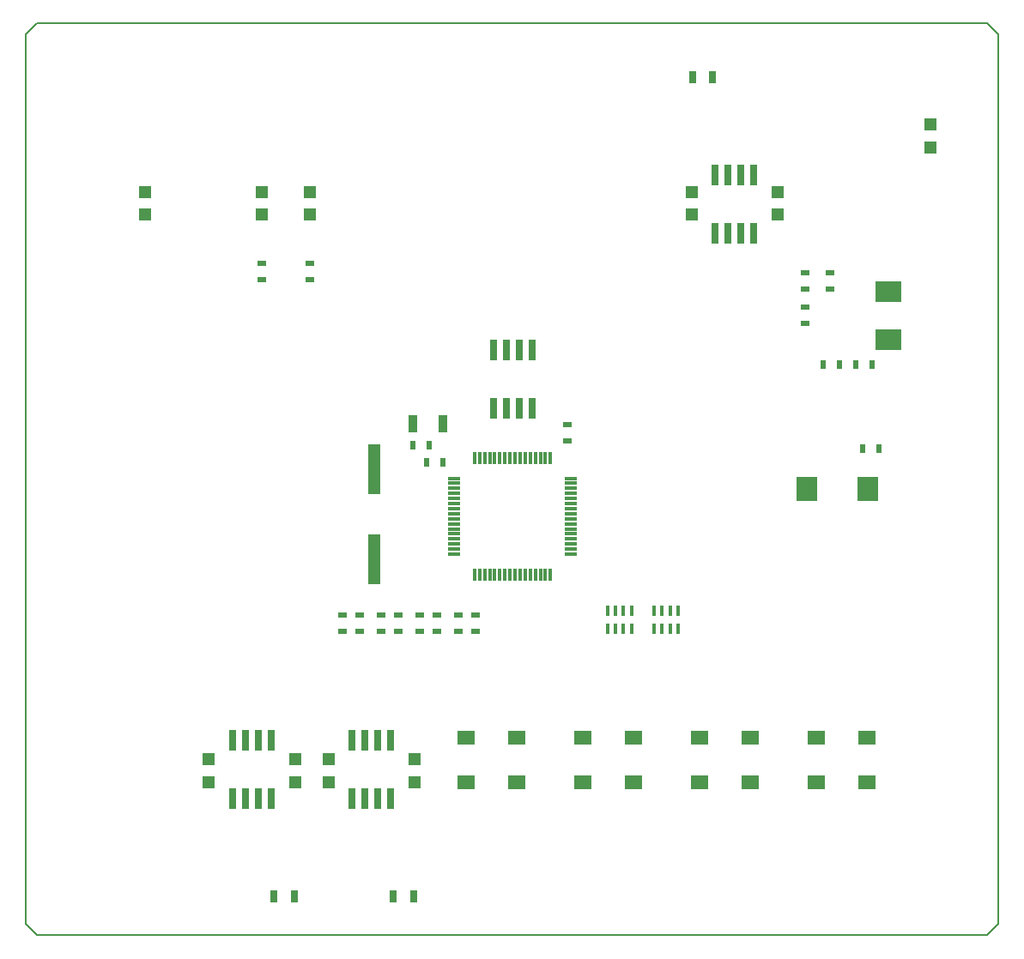
<source format=gtp>
G04*
G04 #@! TF.GenerationSoftware,Altium Limited,Altium Designer,22.5.1 (42)*
G04*
G04 Layer_Color=8421504*
%FSLAX44Y44*%
%MOMM*%
G71*
G04*
G04 #@! TF.SameCoordinates,C65D4A69-D674-4943-BDF1-1C6FB35B3B05*
G04*
G04*
G04 #@! TF.FilePolarity,Positive*
G04*
G01*
G75*
%ADD10C,0.2000*%
%ADD15R,2.0000X2.4000*%
%ADD16R,0.9000X0.6000*%
%ADD17R,0.6000X0.9000*%
%ADD18R,0.9000X1.7000*%
%ADD19R,1.7000X1.4000*%
%ADD20R,0.4000X1.0000*%
%ADD21R,0.7000X1.3000*%
%ADD22R,1.3000X1.2000*%
%ADD23R,0.7000X2.0000*%
%ADD24R,1.2000X0.3000*%
%ADD25R,1.3000X5.0000*%
%ADD26R,0.3000X1.2000*%
%ADD27R,2.5000X2.0000*%
D10*
X0Y11000D02*
Y889000D01*
Y11000D02*
X11000Y0D01*
X949000D01*
X960000Y11000D01*
Y889000D01*
X949000Y900000D02*
X960000Y889000D01*
X11000Y900000D02*
X949000D01*
X0Y889000D02*
X11000Y900000D01*
D15*
X771000Y440000D02*
D03*
X831000D02*
D03*
D16*
X351000Y300000D02*
D03*
Y316000D02*
D03*
X535000Y504000D02*
D03*
Y488000D02*
D03*
X769000Y654000D02*
D03*
Y638000D02*
D03*
X769000Y604000D02*
D03*
Y620000D02*
D03*
X794000Y638000D02*
D03*
Y654000D02*
D03*
X330000Y300000D02*
D03*
Y316000D02*
D03*
X368000Y300000D02*
D03*
Y316000D02*
D03*
X405840Y300000D02*
D03*
Y316000D02*
D03*
X444000Y300000D02*
D03*
Y316000D02*
D03*
X233000Y647000D02*
D03*
Y663000D02*
D03*
X281000Y647000D02*
D03*
Y663000D02*
D03*
X313000Y316000D02*
D03*
X388840D02*
D03*
Y300000D02*
D03*
X427000Y316000D02*
D03*
Y300000D02*
D03*
X313000D02*
D03*
D17*
X398000Y484000D02*
D03*
X382000D02*
D03*
X396000Y467000D02*
D03*
X412000D02*
D03*
X803000Y563000D02*
D03*
X787000D02*
D03*
X835000D02*
D03*
X819000D02*
D03*
X842000Y480000D02*
D03*
X826000D02*
D03*
D18*
X382000Y505000D02*
D03*
X412000D02*
D03*
D19*
X600000Y195000D02*
D03*
Y151000D02*
D03*
X550000Y195000D02*
D03*
Y151000D02*
D03*
X830000Y195000D02*
D03*
Y151000D02*
D03*
X435000Y195000D02*
D03*
Y151000D02*
D03*
X485000Y195000D02*
D03*
Y151000D02*
D03*
X780000Y195000D02*
D03*
Y151000D02*
D03*
X665000D02*
D03*
Y195000D02*
D03*
X715000Y151000D02*
D03*
Y195000D02*
D03*
D20*
X620000Y320000D02*
D03*
X644000D02*
D03*
X628000D02*
D03*
X636000D02*
D03*
X620000Y302000D02*
D03*
X644000D02*
D03*
X628000D02*
D03*
X636000D02*
D03*
X574000Y320000D02*
D03*
X598000D02*
D03*
X582000D02*
D03*
X590000D02*
D03*
X574000Y302000D02*
D03*
X598000D02*
D03*
X582000D02*
D03*
X590000D02*
D03*
D21*
X383000Y38000D02*
D03*
X363000D02*
D03*
X658000Y847000D02*
D03*
X678000D02*
D03*
X265000Y38000D02*
D03*
X245000D02*
D03*
D22*
X299000Y174000D02*
D03*
Y151250D02*
D03*
X384000D02*
D03*
Y174000D02*
D03*
X657000Y711000D02*
D03*
Y733750D02*
D03*
X742000D02*
D03*
Y711000D02*
D03*
X266000Y174000D02*
D03*
Y151250D02*
D03*
X181000D02*
D03*
Y174000D02*
D03*
X893000Y777250D02*
D03*
Y800000D02*
D03*
X117976Y711000D02*
D03*
Y733750D02*
D03*
X233000Y733750D02*
D03*
Y711000D02*
D03*
X281001Y733750D02*
D03*
Y711000D02*
D03*
D23*
X360400Y135000D02*
D03*
X347700D02*
D03*
X335000D02*
D03*
X322300D02*
D03*
X360400Y192150D02*
D03*
X347700D02*
D03*
X335000D02*
D03*
X322300D02*
D03*
X680600Y750000D02*
D03*
X693300D02*
D03*
X706000D02*
D03*
X718700D02*
D03*
X680600Y692850D02*
D03*
X693300D02*
D03*
X706000D02*
D03*
X718700D02*
D03*
X242400Y135000D02*
D03*
X229700D02*
D03*
X217000D02*
D03*
X204300D02*
D03*
X242400Y192150D02*
D03*
X229700D02*
D03*
X217000D02*
D03*
X204300D02*
D03*
X499900Y520230D02*
D03*
X487200D02*
D03*
X474500D02*
D03*
X461800D02*
D03*
X499900Y577380D02*
D03*
X487200D02*
D03*
X474500D02*
D03*
X461800D02*
D03*
D24*
X423000Y386000D02*
D03*
Y381000D02*
D03*
Y441000D02*
D03*
Y436000D02*
D03*
Y376000D02*
D03*
Y431000D02*
D03*
Y426000D02*
D03*
X538000Y381000D02*
D03*
Y386000D02*
D03*
Y391000D02*
D03*
Y396000D02*
D03*
Y401000D02*
D03*
Y406000D02*
D03*
Y411000D02*
D03*
Y416000D02*
D03*
Y376000D02*
D03*
Y426000D02*
D03*
Y421000D02*
D03*
Y431000D02*
D03*
Y436000D02*
D03*
Y441000D02*
D03*
Y451000D02*
D03*
Y446000D02*
D03*
X423000Y451000D02*
D03*
Y411000D02*
D03*
Y416000D02*
D03*
Y446000D02*
D03*
Y421000D02*
D03*
Y406000D02*
D03*
Y391000D02*
D03*
Y401000D02*
D03*
Y396000D02*
D03*
D25*
X344000Y459900D02*
D03*
Y371000D02*
D03*
D26*
X443000Y356000D02*
D03*
X508000Y471000D02*
D03*
X503000D02*
D03*
X493000D02*
D03*
X488000D02*
D03*
X513000D02*
D03*
X488000Y356000D02*
D03*
X493000D02*
D03*
X483000D02*
D03*
X473000D02*
D03*
X448000D02*
D03*
X453000D02*
D03*
X458000D02*
D03*
X463000D02*
D03*
X468000D02*
D03*
X478000D02*
D03*
X513000D02*
D03*
X503000D02*
D03*
X508000D02*
D03*
X518000D02*
D03*
X483000Y471000D02*
D03*
X478000D02*
D03*
X473000D02*
D03*
X468000D02*
D03*
X463000D02*
D03*
X443000D02*
D03*
X453000D02*
D03*
X448000D02*
D03*
X458000D02*
D03*
X518000D02*
D03*
X498000Y356000D02*
D03*
Y471000D02*
D03*
D27*
X851000Y587375D02*
D03*
Y635000D02*
D03*
M02*

</source>
